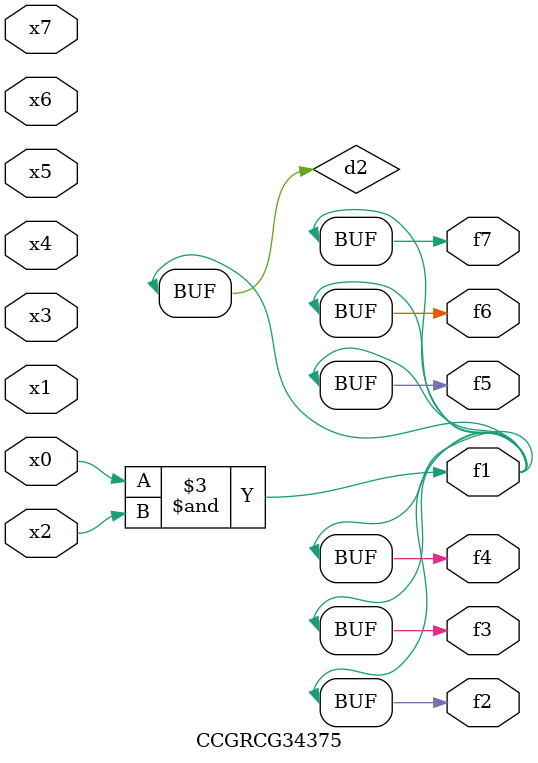
<source format=v>
module CCGRCG34375(
	input x0, x1, x2, x3, x4, x5, x6, x7,
	output f1, f2, f3, f4, f5, f6, f7
);

	wire d1, d2;

	nor (d1, x3, x6);
	and (d2, x0, x2);
	assign f1 = d2;
	assign f2 = d2;
	assign f3 = d2;
	assign f4 = d2;
	assign f5 = d2;
	assign f6 = d2;
	assign f7 = d2;
endmodule

</source>
